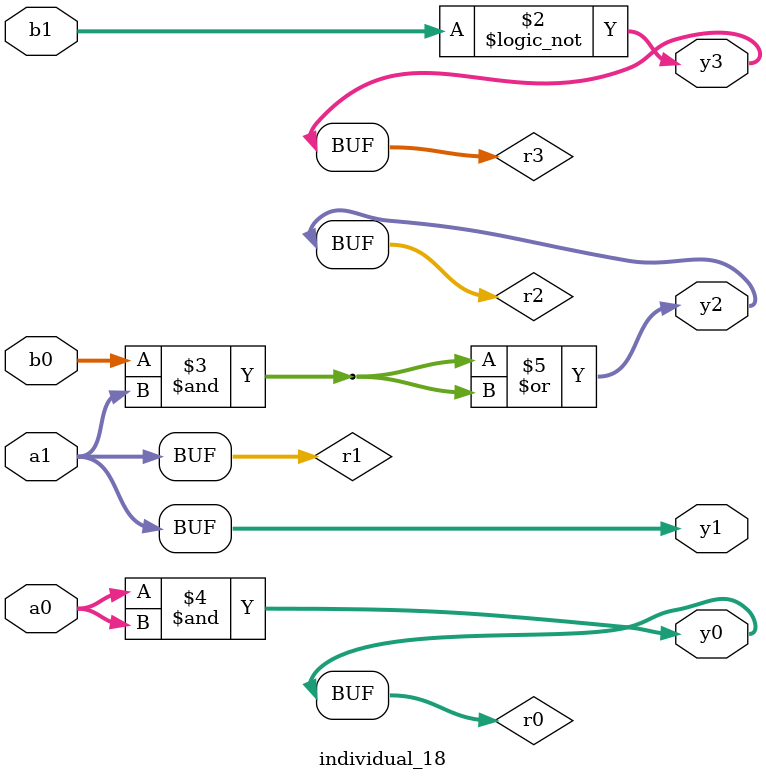
<source format=sv>
module individual_18(input logic [15:0] a1, input logic [15:0] a0, input logic [15:0] b1, input logic [15:0] b0, output logic [15:0] y3, output logic [15:0] y2, output logic [15:0] y1, output logic [15:0] y0);
logic [15:0] r0, r1, r2, r3; 
 always@(*) begin 
	 r0 = a0; r1 = a1; r2 = b0; r3 = b1; 
 	 r3 = ! r3 ;
 	 r2  &=  r1 ;
 	 r0  &=  a0 ;
 	 r2  |=  r2 ;
 	 y3 = r3; y2 = r2; y1 = r1; y0 = r0; 
end
endmodule
</source>
